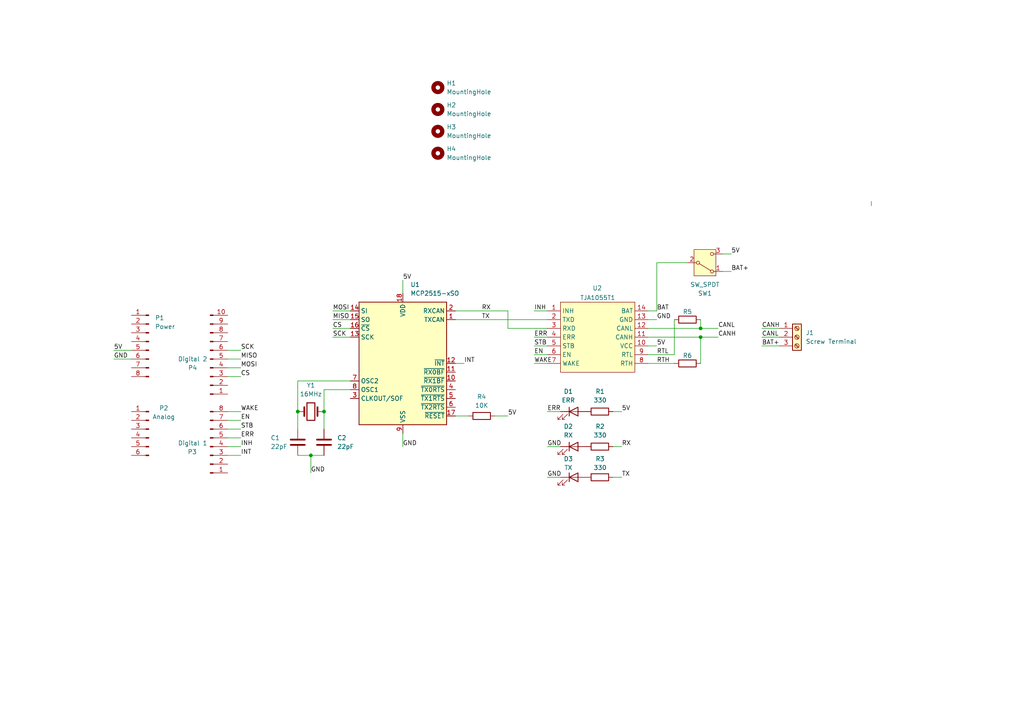
<source format=kicad_sch>
(kicad_sch (version 20231120) (generator "eeschema") (generator_version "8.0")
  (paper "A4")
  (lib_symbols
    (symbol "Connector:Conn_01x06_Pin" (pin_names (offset 1.016) hide)
      (property "Reference" "J" (at 0 7.62 0))
      (property "Value" "Conn_01x06_Pin" (at 0 -10.16 0))
      (symbol "Conn_01x06_Pin_1_1"
        (polyline (pts (xy 1.27 -7.62) (xy 0.8636 -7.62)) (stroke (width 0.1524)))
        (polyline (pts (xy 1.27 -5.08) (xy 0.8636 -5.08)) (stroke (width 0.1524)))
        (polyline (pts (xy 1.27 -2.54) (xy 0.8636 -2.54)) (stroke (width 0.1524)))
        (polyline (pts (xy 1.27 0) (xy 0.8636 0)) (stroke (width 0.1524)))
        (polyline (pts (xy 1.27 2.54) (xy 0.8636 2.54)) (stroke (width 0.1524)))
        (polyline (pts (xy 1.27 5.08) (xy 0.8636 5.08)) (stroke (width 0.1524)))
        (rectangle (start 0.8636 -7.493) (end 0 -7.747) (stroke (width 0.1524)) (fill (type outline)))
        (rectangle (start 0.8636 -4.953) (end 0 -5.207) (stroke (width 0.1524)) (fill (type outline)))
        (rectangle (start 0.8636 -2.413) (end 0 -2.667) (stroke (width 0.1524)) (fill (type outline)))
        (rectangle (start 0.8636 0.127) (end 0 -0.127) (stroke (width 0.1524)) (fill (type outline)))
        (rectangle (start 0.8636 2.667) (end 0 2.413) (stroke (width 0.1524)) (fill (type outline)))
        (rectangle (start 0.8636 5.207) (end 0 4.953) (stroke (width 0.1524)) (fill (type outline)))
        (pin passive line (at 5.08 5.08 180) (length 3.81) (name "Pin_1") (number "1"))
        (pin passive line (at 5.08 2.54 180) (length 3.81) (name "Pin_2") (number "2"))
        (pin passive line (at 5.08 0 180) (length 3.81) (name "Pin_3") (number "3"))
        (pin passive line (at 5.08 -2.54 180) (length 3.81) (name "Pin_4") (number "4"))
        (pin passive line (at 5.08 -5.08 180) (length 3.81) (name "Pin_5") (number "5"))
        (pin passive line (at 5.08 -7.62 180) (length 3.81) (name "Pin_6") (number "6"))
      )
    )
    (symbol "Connector:Conn_01x08_Pin" (pin_names (offset 1.016) hide)
      (property "Reference" "J" (at 0 10.16 0))
      (property "Value" "Conn_01x08_Pin" (at 0 -12.7 0))
      (symbol "Conn_01x08_Pin_1_1"
        (polyline (pts (xy 1.27 -10.16) (xy 0.8636 -10.16)) (stroke (width 0.1524)))
        (polyline (pts (xy 1.27 -7.62) (xy 0.8636 -7.62)) (stroke (width 0.1524)))
        (polyline (pts (xy 1.27 -5.08) (xy 0.8636 -5.08)) (stroke (width 0.1524)))
        (polyline (pts (xy 1.27 -2.54) (xy 0.8636 -2.54)) (stroke (width 0.1524)))
        (polyline (pts (xy 1.27 0) (xy 0.8636 0)) (stroke (width 0.1524)))
        (polyline (pts (xy 1.27 2.54) (xy 0.8636 2.54)) (stroke (width 0.1524)))
        (polyline (pts (xy 1.27 5.08) (xy 0.8636 5.08)) (stroke (width 0.1524)))
        (polyline (pts (xy 1.27 7.62) (xy 0.8636 7.62)) (stroke (width 0.1524)))
        (rectangle (start 0.8636 -10.033) (end 0 -10.287) (stroke (width 0.1524)) (fill (type outline)))
        (rectangle (start 0.8636 -7.493) (end 0 -7.747) (stroke (width 0.1524)) (fill (type outline)))
        (rectangle (start 0.8636 -4.953) (end 0 -5.207) (stroke (width 0.1524)) (fill (type outline)))
        (rectangle (start 0.8636 -2.413) (end 0 -2.667) (stroke (width 0.1524)) (fill (type outline)))
        (rectangle (start 0.8636 0.127) (end 0 -0.127) (stroke (width 0.1524)) (fill (type outline)))
        (rectangle (start 0.8636 2.667) (end 0 2.413) (stroke (width 0.1524)) (fill (type outline)))
        (rectangle (start 0.8636 5.207) (end 0 4.953) (stroke (width 0.1524)) (fill (type outline)))
        (rectangle (start 0.8636 7.747) (end 0 7.493) (stroke (width 0.1524)) (fill (type outline)))
        (pin passive line (at 5.08 7.62 180) (length 3.81) (name "Pin_1") (number "1"))
        (pin passive line (at 5.08 5.08 180) (length 3.81) (name "Pin_2") (number "2"))
        (pin passive line (at 5.08 2.54 180) (length 3.81) (name "Pin_3") (number "3"))
        (pin passive line (at 5.08 0 180) (length 3.81) (name "Pin_4") (number "4"))
        (pin passive line (at 5.08 -2.54 180) (length 3.81) (name "Pin_5") (number "5"))
        (pin passive line (at 5.08 -5.08 180) (length 3.81) (name "Pin_6") (number "6"))
        (pin passive line (at 5.08 -7.62 180) (length 3.81) (name "Pin_7") (number "7"))
        (pin passive line (at 5.08 -10.16 180) (length 3.81) (name "Pin_8") (number "8"))
      )
    )
    (symbol "Connector:Conn_01x10_Pin" (pin_names (offset 1.016) hide)
      (property "Reference" "J" (at 0 12.7 0))
      (property "Value" "Conn_01x10_Pin" (at 0 -15.24 0))
      (symbol "Conn_01x10_Pin_1_1"
        (polyline (pts (xy 1.27 -12.7) (xy 0.8636 -12.7)) (stroke (width 0.1524)))
        (polyline (pts (xy 1.27 -10.16) (xy 0.8636 -10.16)) (stroke (width 0.1524)))
        (polyline (pts (xy 1.27 -7.62) (xy 0.8636 -7.62)) (stroke (width 0.1524)))
        (polyline (pts (xy 1.27 -5.08) (xy 0.8636 -5.08)) (stroke (width 0.1524)))
        (polyline (pts (xy 1.27 -2.54) (xy 0.8636 -2.54)) (stroke (width 0.1524)))
        (polyline (pts (xy 1.27 0) (xy 0.8636 0)) (stroke (width 0.1524)))
        (polyline (pts (xy 1.27 2.54) (xy 0.8636 2.54)) (stroke (width 0.1524)))
        (polyline (pts (xy 1.27 5.08) (xy 0.8636 5.08)) (stroke (width 0.1524)))
        (polyline (pts (xy 1.27 7.62) (xy 0.8636 7.62)) (stroke (width 0.1524)))
        (polyline (pts (xy 1.27 10.16) (xy 0.8636 10.16)) (stroke (width 0.1524)))
        (rectangle (start 0.8636 -12.573) (end 0 -12.827) (stroke (width 0.1524)) (fill (type outline)))
        (rectangle (start 0.8636 -10.033) (end 0 -10.287) (stroke (width 0.1524)) (fill (type outline)))
        (rectangle (start 0.8636 -7.493) (end 0 -7.747) (stroke (width 0.1524)) (fill (type outline)))
        (rectangle (start 0.8636 -4.953) (end 0 -5.207) (stroke (width 0.1524)) (fill (type outline)))
        (rectangle (start 0.8636 -2.413) (end 0 -2.667) (stroke (width 0.1524)) (fill (type outline)))
        (rectangle (start 0.8636 0.127) (end 0 -0.127) (stroke (width 0.1524)) (fill (type outline)))
        (rectangle (start 0.8636 2.667) (end 0 2.413) (stroke (width 0.1524)) (fill (type outline)))
        (rectangle (start 0.8636 5.207) (end 0 4.953) (stroke (width 0.1524)) (fill (type outline)))
        (rectangle (start 0.8636 7.747) (end 0 7.493) (stroke (width 0.1524)) (fill (type outline)))
        (rectangle (start 0.8636 10.287) (end 0 10.033) (stroke (width 0.1524)) (fill (type outline)))
        (pin passive line (at 5.08 10.16 180) (length 3.81) (name "Pin_1") (number "1"))
        (pin passive line (at 5.08 -12.7 180) (length 3.81) (name "Pin_10") (number "10"))
        (pin passive line (at 5.08 7.62 180) (length 3.81) (name "Pin_2") (number "2"))
        (pin passive line (at 5.08 5.08 180) (length 3.81) (name "Pin_3") (number "3"))
        (pin passive line (at 5.08 2.54 180) (length 3.81) (name "Pin_4") (number "4"))
        (pin passive line (at 5.08 0 180) (length 3.81) (name "Pin_5") (number "5"))
        (pin passive line (at 5.08 -2.54 180) (length 3.81) (name "Pin_6") (number "6"))
        (pin passive line (at 5.08 -5.08 180) (length 3.81) (name "Pin_7") (number "7"))
        (pin passive line (at 5.08 -7.62 180) (length 3.81) (name "Pin_8") (number "8"))
        (pin passive line (at 5.08 -10.16 180) (length 3.81) (name "Pin_9") (number "9"))
      )
    )
    (symbol "Connector:Screw_Terminal_01x03" (pin_names (offset 1.016) hide)
      (property "Reference" "J" (at 0 5.08 0))
      (property "Value" "Screw_Terminal_01x03" (at 0 -5.08 0))
      (symbol "Screw_Terminal_01x03_1_1"
        (rectangle (start -1.27 3.81) (end 1.27 -3.81) (stroke (width 0.254)) (fill (type background)))
        (circle (center 0 -2.54) (radius 0.635) (stroke (width 0.1524)))
        (polyline (pts (xy -0.5334 -2.2098) (xy 0.3302 -3.048)) (stroke (width 0.1524)))
        (polyline (pts (xy -0.5334 0.3302) (xy 0.3302 -0.508)) (stroke (width 0.1524)))
        (polyline (pts (xy -0.5334 2.8702) (xy 0.3302 2.032)) (stroke (width 0.1524)))
        (polyline (pts (xy -0.3556 -2.032) (xy 0.508 -2.8702)) (stroke (width 0.1524)))
        (polyline (pts (xy -0.3556 0.508) (xy 0.508 -0.3302)) (stroke (width 0.1524)))
        (polyline (pts (xy -0.3556 3.048) (xy 0.508 2.2098)) (stroke (width 0.1524)))
        (circle (center 0 0) (radius 0.635) (stroke (width 0.1524)))
        (circle (center 0 2.54) (radius 0.635) (stroke (width 0.1524)))
        (pin passive line (at -5.08 2.54 0) (length 3.81) (name "Pin_1") (number "1"))
        (pin passive line (at -5.08 0 0) (length 3.81) (name "Pin_2") (number "2"))
        (pin passive line (at -5.08 -2.54 0) (length 3.81) (name "Pin_3") (number "3"))
      )
    )
    (symbol "Device:C" (pin_numbers hide) (pin_names (offset 0.254))
      (property "Reference" "C" (at 0.635 2.54 0))
      (property "Value" "C" (at 0.635 -2.54 0))
      (symbol "C_0_1"
        (polyline (pts (xy -2.032 -0.762) (xy 2.032 -0.762)) (stroke (width 0.508)))
        (polyline (pts (xy -2.032 0.762) (xy 2.032 0.762)) (stroke (width 0.508)))
      )
      (symbol "C_1_1"
        (pin passive line (at 0 3.81 270) (length 2.794) (name "~") (number "1"))
        (pin passive line (at 0 -3.81 90) (length 2.794) (name "~") (number "2"))
      )
    )
    (symbol "Device:Crystal" (pin_numbers hide) (pin_names (offset 1.016) hide)
      (property "Reference" "Y" (at 0 3.81 0))
      (property "Value" "Crystal" (at 0 -3.81 0))
      (symbol "Crystal_0_1"
        (rectangle (start -1.143 2.54) (end 1.143 -2.54) (stroke (width 0.3048)))
        (polyline (pts (xy -2.54 0) (xy -1.905 0)))
        (polyline (pts (xy -1.905 -1.27) (xy -1.905 1.27)) (stroke (width 0.508)))
        (polyline (pts (xy 1.905 -1.27) (xy 1.905 1.27)) (stroke (width 0.508)))
        (polyline (pts (xy 2.54 0) (xy 1.905 0)))
      )
      (symbol "Crystal_1_1"
        (pin passive line (at -3.81 0 0) (length 1.27) (name "1") (number "1"))
        (pin passive line (at 3.81 0 180) (length 1.27) (name "2") (number "2"))
      )
    )
    (symbol "Device:LED" (pin_numbers hide) (pin_names (offset 1.016) hide)
      (property "Reference" "D" (at 0 2.54 0))
      (property "Value" "LED" (at 0 -2.54 0))
      (symbol "LED_0_1"
        (polyline (pts (xy -1.27 -1.27) (xy -1.27 1.27)) (stroke (width 0.254)))
        (polyline (pts (xy -1.27 0) (xy 1.27 0)))
        (polyline (pts (xy 1.27 -1.27) (xy 1.27 1.27) (xy -1.27 0) (xy 1.27 -1.27)) (stroke (width 0.254)))
        (polyline (pts (xy -3.048 -0.762) (xy -4.572 -2.286) (xy -3.81 -2.286) (xy -4.572 -2.286) (xy -4.572 -1.524)))
        (polyline (pts (xy -1.778 -0.762) (xy -3.302 -2.286) (xy -2.54 -2.286) (xy -3.302 -2.286) (xy -3.302 -1.524)))
      )
      (symbol "LED_1_1"
        (pin passive line (at -3.81 0 0) (length 2.54) (name "K") (number "1"))
        (pin passive line (at 3.81 0 180) (length 2.54) (name "A") (number "2"))
      )
    )
    (symbol "Device:R" (pin_numbers hide) (pin_names (offset 0))
      (property "Reference" "R" (at 2.032 0 90))
      (property "Value" "R" (at 0 0 90))
      (symbol "R_0_1"
        (rectangle (start -1.016 -2.54) (end 1.016 2.54) (stroke (width 0.254)))
      )
      (symbol "R_1_1"
        (pin passive line (at 0 3.81 270) (length 1.27) (name "~") (number "1"))
        (pin passive line (at 0 -3.81 90) (length 1.27) (name "~") (number "2"))
      )
    )
    (symbol "Interface_CAN_LIN:MCP2515-xSO"
      (property "Reference" "U" (at -10.16 19.685 0))
      (property "Value" "MCP2515-xSO" (at 19.05 20.32 0))
      (symbol "MCP2515-xSO_0_1"
        (rectangle (start -12.7 17.78) (end 12.7 -17.78) (stroke (width 0.254)) (fill (type background)))
      )
      (symbol "MCP2515-xSO_1_1"
        (pin output line (at 15.24 12.7 180) (length 2.54) (name "TXCAN") (number "1"))
        (pin output line (at 15.24 -5.08 180) (length 2.54) (name "~{RX1BF}") (number "10"))
        (pin output line (at 15.24 -2.54 180) (length 2.54) (name "~{RX0BF}") (number "11"))
        (pin output line (at 15.24 0 180) (length 2.54) (name "~{INT}") (number "12"))
        (pin input line (at -15.24 7.62 0) (length 2.54) (name "SCK") (number "13"))
        (pin input line (at -15.24 15.24 0) (length 2.54) (name "SI") (number "14"))
        (pin output line (at -15.24 12.7 0) (length 2.54) (name "SO") (number "15"))
        (pin input line (at -15.24 10.16 0) (length 2.54) (name "~{CS}") (number "16"))
        (pin input line (at 15.24 -15.24 180) (length 2.54) (name "~{RESET}") (number "17"))
        (pin power_in line (at 0 20.32 270) (length 2.54) (name "VDD") (number "18"))
        (pin input line (at 15.24 15.24 180) (length 2.54) (name "RXCAN") (number "2"))
        (pin output line (at -15.24 -10.16 0) (length 2.54) (name "CLKOUT/SOF") (number "3"))
        (pin input line (at 15.24 -7.62 180) (length 2.54) (name "~{TX0RTS}") (number "4"))
        (pin input line (at 15.24 -10.16 180) (length 2.54) (name "~{TX1RTS}") (number "5"))
        (pin input line (at 15.24 -12.7 180) (length 2.54) (name "~{TX2RTS}") (number "6"))
        (pin output line (at -15.24 -5.08 0) (length 2.54) (name "OSC2") (number "7"))
        (pin input line (at -15.24 -7.62 0) (length 2.54) (name "OSC1") (number "8"))
        (pin power_in line (at 0 -20.32 90) (length 2.54) (name "VSS") (number "9"))
      )
    )
    (symbol "Mechanical:MountingHole" (pin_names (offset 1.016)) (exclude_from_sim yes) (in_bom no)
      (property "Reference" "H" (at 0 5.08 0))
      (property "Value" "MountingHole" (at 0 3.175 0))
      (symbol "MountingHole_0_1"
        (circle (center 0 0) (radius 1.27) (stroke (width 1.27)))
      )
    )
    (symbol "Switch:SW_SPDT" (pin_names (offset 0) hide)
      (property "Reference" "SW" (at 0 5.08 0))
      (property "Value" "SW_SPDT" (at 0 -5.08 0))
      (symbol "SW_SPDT_0_1"
        (circle (center -2.032 0) (radius 0.4572))
        (polyline (pts (xy -1.651 0.254) (xy 1.651 2.286)))
        (circle (center 2.032 -2.54) (radius 0.4572))
        (circle (center 2.032 2.54) (radius 0.4572))
      )
      (symbol "SW_SPDT_1_1"
        (rectangle (start -3.175 3.81) (end 3.175 -3.81) (fill (type background)))
        (pin passive line (at 5.08 2.54 180) (length 2.54) (name "A") (number "1"))
        (pin passive line (at -5.08 0 0) (length 2.54) (name "B") (number "2"))
        (pin passive line (at 5.08 -2.54 180) (length 2.54) (name "C") (number "3"))
      )
    )
    (symbol "Symbols:TJA1055T"
      (property "Reference" "TJA1055T" (at 10.668 1.524 0))
      (symbol "TJA1055T_0_1"
        (rectangle (start 0 0) (end 21.59 -20.32) (fill (type background)))
      )
      (symbol "TJA1055T_1_1"
        (pin bidirectional line (at -3.81 -2.54 0) (length 3.81) (name "INH") (number "1"))
        (pin power_in line (at 25.4 -12.7 180) (length 3.81) (name "VCC") (number "10"))
        (pin input line (at 25.4 -10.16 180) (length 3.81) (name "CANH") (number "11"))
        (pin input line (at 25.4 -7.62 180) (length 3.81) (name "CANL") (number "12"))
        (pin power_out line (at 25.4 -5.08 180) (length 3.81) (name "GND") (number "13"))
        (pin power_in line (at 25.4 -2.54 180) (length 3.81) (name "BAT") (number "14"))
        (pin input line (at -3.81 -5.08 0) (length 3.81) (name "TXD") (number "2"))
        (pin output line (at -3.81 -7.62 0) (length 3.81) (name "RXD") (number "3"))
        (pin output line (at -3.81 -10.16 0) (length 3.81) (name "ERR") (number "4"))
        (pin input line (at -3.81 -12.7 0) (length 3.81) (name "STB") (number "5"))
        (pin input line (at -3.81 -15.24 0) (length 3.81) (name "EN") (number "6"))
        (pin input line (at -3.81 -17.78 0) (length 3.81) (name "WAKE") (number "7"))
        (pin bidirectional line (at 25.4 -17.78 180) (length 3.81) (name "RTH") (number "8"))
        (pin bidirectional line (at 25.4 -15.24 180) (length 3.81) (name "RTL") (number "9"))
      )
    )
  )
  (junction (at 93.98 119.38))
  (junction (at 203.2 97.79))
  (junction (at 90.17 132.08))
  (junction (at 86.36 119.38))
  (junction (at 203.2 95.25))
  (wire (pts (xy 96.52 97.79) (xy 101.6 97.79)))
  (wire (pts (xy 158.75 129.54) (xy 162.56 129.54)))
  (wire (pts (xy 69.85 132.08) (xy 66.04 132.08)))
  (wire (pts (xy 212.09 73.66) (xy 209.55 73.66)))
  (wire (pts (xy 69.85 129.54) (xy 66.04 129.54)))
  (wire (pts (xy 69.85 124.46) (xy 66.04 124.46)))
  (wire (pts (xy 190.5 76.2) (xy 199.39 76.2)))
  (wire (pts (xy 209.55 78.74) (xy 212.09 78.74)))
  (wire (pts (xy 86.36 119.38) (xy 86.36 110.49)))
  (wire (pts (xy 220.98 95.25) (xy 226.06 95.25)))
  (wire (pts (xy 147.32 120.65) (xy 143.51 120.65)))
  (wire (pts (xy 187.96 97.79) (xy 203.2 97.79)))
  (wire (pts (xy 190.5 100.33) (xy 187.96 100.33)))
  (wire (pts (xy 90.17 132.08) (xy 93.98 132.08)))
  (wire (pts (xy 86.36 132.08) (xy 90.17 132.08)))
  (wire (pts (xy 93.98 113.03) (xy 93.98 119.38)))
  (wire (pts (xy 252.73 58.42) (xy 252.73 59.69)))
  (wire (pts (xy 203.2 92.71) (xy 203.2 95.25)))
  (wire (pts (xy 96.52 90.17) (xy 101.6 90.17)))
  (wire (pts (xy 69.85 121.92) (xy 66.04 121.92)))
  (wire (pts (xy 180.34 129.54) (xy 177.8 129.54)))
  (wire (pts (xy 158.75 92.71) (xy 132.08 92.71)))
  (wire (pts (xy 154.94 97.79) (xy 158.75 97.79)))
  (wire (pts (xy 190.5 90.17) (xy 187.96 90.17)))
  (wire (pts (xy 69.85 106.68) (xy 66.04 106.68)))
  (wire (pts (xy 69.85 104.14) (xy 66.04 104.14)))
  (wire (pts (xy 134.62 105.41) (xy 132.08 105.41)))
  (wire (pts (xy 101.6 113.03) (xy 93.98 113.03)))
  (wire (pts (xy 187.96 105.41) (xy 195.58 105.41)))
  (wire (pts (xy 203.2 97.79) (xy 208.28 97.79)))
  (wire (pts (xy 69.85 109.22) (xy 66.04 109.22)))
  (wire (pts (xy 69.85 127) (xy 66.04 127)))
  (wire (pts (xy 203.2 95.25) (xy 208.28 95.25)))
  (wire (pts (xy 195.58 102.87) (xy 195.58 92.71)))
  (wire (pts (xy 220.98 100.33) (xy 226.06 100.33)))
  (wire (pts (xy 132.08 120.65) (xy 135.89 120.65)))
  (wire (pts (xy 187.96 92.71) (xy 190.5 92.71)))
  (wire (pts (xy 154.94 90.17) (xy 158.75 90.17)))
  (wire (pts (xy 220.98 97.79) (xy 226.06 97.79)))
  (wire (pts (xy 33.02 101.6) (xy 38.1 101.6)))
  (wire (pts (xy 147.32 95.25) (xy 158.75 95.25)))
  (wire (pts (xy 187.96 102.87) (xy 195.58 102.87)))
  (wire (pts (xy 116.84 81.28) (xy 116.84 85.09)))
  (wire (pts (xy 69.85 119.38) (xy 66.04 119.38)))
  (wire (pts (xy 187.96 95.25) (xy 203.2 95.25)))
  (wire (pts (xy 190.5 90.17) (xy 190.5 76.2)))
  (wire (pts (xy 96.52 92.71) (xy 101.6 92.71)))
  (wire (pts (xy 158.75 119.38) (xy 162.56 119.38)))
  (wire (pts (xy 147.32 90.17) (xy 147.32 95.25)))
  (wire (pts (xy 158.75 138.43) (xy 162.56 138.43)))
  (wire (pts (xy 93.98 119.38) (xy 93.98 124.46)))
  (wire (pts (xy 86.36 119.38) (xy 86.36 124.46)))
  (wire (pts (xy 203.2 105.41) (xy 203.2 97.79)))
  (wire (pts (xy 96.52 95.25) (xy 101.6 95.25)))
  (wire (pts (xy 154.94 102.87) (xy 158.75 102.87)))
  (wire (pts (xy 33.02 104.14) (xy 38.1 104.14)))
  (wire (pts (xy 132.08 90.17) (xy 147.32 90.17)))
  (wire (pts (xy 116.84 129.54) (xy 116.84 125.73)))
  (wire (pts (xy 86.36 110.49) (xy 101.6 110.49)))
  (wire (pts (xy 180.34 138.43) (xy 177.8 138.43)))
  (wire (pts (xy 69.85 101.6) (xy 66.04 101.6)))
  (wire (pts (xy 180.34 119.38) (xy 177.8 119.38)))
  (wire (pts (xy 154.94 100.33) (xy 158.75 100.33)))
  (wire (pts (xy 154.94 105.41) (xy 158.75 105.41)))
  (wire (pts (xy 90.17 137.16) (xy 90.17 132.08)))
  (label "EN" (at 154.94 102.87 0))
  (label "ERR" (at 158.75 119.38 0))
  (label "ERR" (at 69.85 127 0))
  (label "CANL" (at 220.98 97.79 0))
  (label "BAT" (at 190.5 90.17 0))
  (label "RTH" (at 190.5 105.41 0))
  (label "CS" (at 69.85 109.22 0))
  (label "MISO" (at 96.52 92.71 0))
  (label "GND" (at 190.5 92.71 0))
  (label "CS" (at 96.52 95.25 0))
  (label "5V" (at 116.84 81.28 0))
  (label "INH" (at 69.85 129.54 0))
  (label "SCK" (at 69.85 101.6 0))
  (label "5V" (at 180.34 119.38 0))
  (label "GND" (at 116.84 129.54 0))
  (label "5V" (at 33.02 101.6 0))
  (label "CANH" (at 208.28 97.79 0))
  (label "WAKE" (at 69.85 119.38 0))
  (label "SCK" (at 96.52 97.79 0))
  (label "GND" (at 33.02 104.14 0))
  (label "5V" (at 147.32 120.65 0))
  (label "BAT+" (at 212.09 78.74 0))
  (label "STB" (at 69.85 124.46 0))
  (label "TX" (at 180.34 138.43 0))
  (label "CANH" (at 220.98 95.25 0))
  (label "CANL" (at 208.28 95.25 0))
  (label "GND" (at 90.17 137.16 0))
  (label "WAKE" (at 154.94 105.41 0))
  (label "5V" (at 190.5 100.33 0))
  (label "STB" (at 154.94 100.33 0))
  (label "RX" (at 139.7 90.17 0))
  (label "INH" (at 154.94 90.17 0))
  (label "5V" (at 212.09 73.66 0))
  (label "INT" (at 134.62 105.41 0))
  (label "MOSI" (at 69.85 106.68 0))
  (label "GND" (at 158.75 138.43 0))
  (label "GND" (at 158.75 129.54 0))
  (label "MISO" (at 69.85 104.14 0))
  (label "EN" (at 69.85 121.92 0))
  (label "ERR" (at 154.94 97.79 0))
  (label "MOSI" (at 96.52 90.17 0))
  (label "BAT+" (at 220.98 100.33 0))
  (label "RX" (at 180.34 129.54 0))
  (label "TX" (at 139.7 92.71 0))
  (label "INT" (at 69.85 132.08 0))
  (label "RTL" (at 190.5 102.87 0))
  (symbol (lib_id "Device:R") (at 139.7 120.65 90) (unit 1)
    (property "Reference" "R4" (at 139.7 115.062 90))
    (property "Value" "10K" (at 139.7 117.602 90))
    (property "Footprint" "Resistor_SMD:R_0402_1005Metric" (effects (hide yes)))
    (property "Description" "Resistor" (effects (hide yes)))
    (property "Part Number" "RC0402JR-0710KL" (effects (hide yes)))
  )
  (symbol (lib_id "Connector:Screw_Terminal_01x03") (at 231.14 97.79 0) (unit 1)
    (property "Reference" "J1" (at 233.68 96.5199 0) (effects (justify left)))
    (property "Value" "Screw Terminal" (at 233.68 99.0599 0) (effects (justify left)))
    (property "Footprint" "TerminalBlock:TerminalBlock_bornier-3_P5.08mm" (effects (hide yes)))
    (property "Description" "Generic screw terminal, single row, 01x03, script generated (kicad-library-utils/schlib/autogen/connector/)" (effects (hide yes)))
    (property "Part Number" "TERM BLK 3P SIDE ENT 5.08MM PCB" (effects (hide yes)))
  )
  (symbol (lib_id "Connector:Conn_01x08_Pin") (at 43.18 99.06 0) (mirror y) (unit 1)
    (property "Reference" "P1" (at 44.958 92.202 0) (effects (justify right)))
    (property "Value" "Power" (at 44.958 94.742 0) (effects (justify right)))
    (property "Footprint" "Connector_PinHeader_2.54mm:PinHeader_1x08_P2.54mm_Vertical" (effects (hide yes)))
    (property "Description" "Generic connector, single row, 01x08, script generated" (effects (hide yes)))
    (property "Part Number" "200-SSW10803GS" (effects (hide yes)))
  )
  (symbol (lib_id "Mechanical:MountingHole") (at 127 25.4 0) (unit 1) (exclude_from_sim yes) (in_bom no)
    (property "Reference" "H1" (at 129.54 24.1299 0) (effects (justify left)))
    (property "Value" "MountingHole" (at 129.54 26.6699 0) (effects (justify left)))
    (property "Footprint" "MountingHole:MountingHole_3.2mm_M3" (effects (hide yes)))
    (property "Description" "Mounting Hole without connection" (effects (hide yes)))
  )
  (symbol (lib_id "Device:LED") (at 166.37 138.43 0) (unit 1)
    (property "Reference" "D3" (at 164.846 133.096 0))
    (property "Value" "TX" (at 164.846 135.636 0))
    (property "Footprint" "LED_SMD:LED_0603_1608Metric" (effects (hide yes)))
    (property "Description" "Light emitting diode" (effects (hide yes)))
    (property "Part Number" "LTST-C193TBKT-5A" (effects (hide yes)))
  )
  (symbol (lib_id "Connector:Conn_01x06_Pin") (at 43.18 124.46 0) (mirror y) (unit 1)
    (property "Reference" "P2" (at 47.498 118.364 0))
    (property "Value" "Analog" (at 47.498 120.904 0))
    (property "Footprint" "Connector_PinHeader_2.54mm:PinHeader_1x06_P2.54mm_Vertical" (effects (hide yes)))
    (property "Description" "Generic connector, single row, 01x06, script generated" (effects (hide yes)))
    (property "Part Number" "200-SSW10603GS" (effects (hide yes)))
  )
  (symbol (lib_id "Device:R") (at 199.39 105.41 90) (unit 1)
    (property "Reference" "R6" (at 199.39 103.124 90))
    (property "Value" "R" (effects (hide yes)))
    (property "Footprint" "Resistor_THT:R_Axial_DIN0207_L6.3mm_D2.5mm_P7.62mm_Horizontal" (effects (hide yes)))
    (property "Description" "Resistor" (effects (hide yes)))
    (property "Part Number" "Do not populate, I will hand solder this myself" (effects (hide yes)))
  )
  (symbol (lib_id "Connector:Conn_01x10_Pin") (at 60.96 104.14 0) (mirror x) (unit 1)
    (property "Reference" "P4" (at 55.88 106.68 0))
    (property "Value" "Digital 2" (at 55.88 104.14 0))
    (property "Footprint" "Connector_PinHeader_2.54mm:PinHeader_1x10_P2.54mm_Vertical" (effects (hide yes)))
    (property "Description" "Generic connector, single row, 01x10, script generated" (effects (hide yes)))
    (property "Part Number" "200-SSW11003GS" (effects (hide yes)))
  )
  (symbol (lib_id "Device:C") (at 93.98 128.27 0) (unit 1)
    (property "Reference" "C2" (at 97.79 126.9999 0) (effects (justify left)))
    (property "Value" "22pF" (at 97.79 129.5399 0) (effects (justify left)))
    (property "Footprint" "Capacitor_SMD:C_0402_1005Metric" (effects (hide yes)))
    (property "Description" "Unpolarized capacitor" (effects (hide yes)))
    (property "Part Number" "GRM1555C1H220JA01D" (effects (hide yes)))
  )
  (symbol (lib_id "Device:R") (at 173.99 129.54 90) (unit 1)
    (property "Reference" "R2" (at 174.0535 123.698 90))
    (property "Value" "330" (at 174.0535 126.238 90))
    (property "Footprint" "Resistor_SMD:R_0402_1005Metric" (effects (hide yes)))
    (property "Description" "Resistor" (effects (hide yes)))
    (property "Part Number" "RC0402JR-07330RL" (effects (hide yes)))
  )
  (symbol (lib_id "Interface_CAN_LIN:MCP2515-xSO") (at 116.84 105.41 0) (unit 1)
    (property "Reference" "U1" (at 119.0341 82.55 0) (effects (justify left)))
    (property "Value" "MCP2515-xSO" (at 119.0341 85.09 0) (effects (justify left)))
    (property "Footprint" "Package_SO:SOIC-18W_7.5x11.6mm_P1.27mm" (effects (hide yes)))
    (property "Datasheet" "http://ww1.microchip.com/downloads/en/DeviceDoc/21801e.pdf" (effects (hide yes)))
    (property "Description" "Stand-Alone CAN Controller with SPI Interface, SOIC-18" (effects (hide yes)))
    (property "Part Number" "MCP2515T-I/SO" (effects (hide yes)))
  )
  (symbol (lib_id "Device:R") (at 199.39 92.71 90) (unit 1)
    (property "Reference" "R5" (at 199.39 90.424 90))
    (property "Value" "R" (effects (hide yes)))
    (property "Footprint" "Resistor_THT:R_Axial_DIN0207_L6.3mm_D2.5mm_P7.62mm_Horizontal" (effects (hide yes)))
    (property "Description" "Resistor" (effects (hide yes)))
    (property "Part Number" "Do not populate, I will hand solder this myself" (effects (hide yes)))
  )
  (symbol (lib_id "Device:LED") (at 166.37 119.38 0) (unit 1)
    (property "Reference" "D1" (at 164.846 113.538 0))
    (property "Value" "ERR" (at 164.846 116.078 0))
    (property "Footprint" "LED_SMD:LED_0603_1608Metric" (effects (hide yes)))
    (property "Description" "Light emitting diode" (effects (hide yes)))
    (property "Part Number" "LTST-C190GKT " (effects (hide yes)))
  )
  (symbol (lib_id "Device:Crystal") (at 90.17 119.38 0) (unit 1)
    (property "Reference" "Y1" (at 90.17 111.76 0))
    (property "Value" "16MHz" (at 90.17 114.3 0))
    (property "Footprint" "Crystal:Crystal_SMD_ECS_CSM3X-2Pin_7.6x4.1mm" (effects (hide yes)))
    (property "Description" "Two pin crystal" (effects (hide yes)))
    (property "Part Number" "ECS-160-20-3X-TR" (effects (hide yes)))
  )
  (symbol (lib_id "Device:C") (at 86.36 128.27 0) (unit 1)
    (property "Reference" "C1" (at 78.486 127 0) (effects (justify left)))
    (property "Value" "22pF" (at 78.486 129.54 0) (effects (justify left)))
    (property "Footprint" "Capacitor_SMD:C_0402_1005Metric" (effects (hide yes)))
    (property "Description" "Unpolarized capacitor" (effects (hide yes)))
    (property "Part Number" "GRM1555C1H220JA01D" (effects (hide yes)))
  )
  (symbol (lib_id "Mechanical:MountingHole") (at 127 38.1 0) (unit 1) (exclude_from_sim yes) (in_bom no)
    (property "Reference" "H3" (at 129.54 36.8299 0) (effects (justify left)))
    (property "Value" "MountingHole" (at 129.54 39.3699 0) (effects (justify left)))
    (property "Footprint" "MountingHole:MountingHole_3.2mm_M3" (effects (hide yes)))
    (property "Description" "Mounting Hole without connection" (effects (hide yes)))
  )
  (symbol (lib_id "Device:R") (at 173.99 138.43 90) (unit 1)
    (property "Reference" "R3" (at 174.0535 133.096 90))
    (property "Value" "330" (at 174.0535 135.636 90))
    (property "Footprint" "Resistor_SMD:R_0402_1005Metric" (effects (hide yes)))
    (property "Description" "Resistor" (effects (hide yes)))
    (property "Part Number" "RC0402JR-07330RL" (effects (hide yes)))
  )
  (symbol (lib_id "Mechanical:MountingHole") (at 127 44.45 0) (unit 1) (exclude_from_sim yes) (in_bom no)
    (property "Reference" "H4" (at 129.54 43.1799 0) (effects (justify left)))
    (property "Value" "MountingHole" (at 129.54 45.7199 0) (effects (justify left)))
    (property "Footprint" "MountingHole:MountingHole_3.2mm_M3" (effects (hide yes)))
    (property "Description" "Mounting Hole without connection" (effects (hide yes)))
  )
  (symbol (lib_id "Switch:SW_SPDT") (at 204.47 76.2 0) (mirror x) (unit 1)
    (property "Reference" "SW1" (at 204.47 85.09 0))
    (property "Value" "SW_SPDT" (at 204.47 82.55 0))
    (property "Footprint" "Button_Switch_SMD:SW_SPDT_CK_JS102011SAQN" (effects (hide yes)))
    (property "Description" "Switch, single pole double throw" (effects (hide yes)))
    (property "Part Number" "JS102011SAQN" (effects (hide yes)))
  )
  (symbol (lib_id "Device:LED") (at 166.37 129.54 0) (unit 1)
    (property "Reference" "D2" (at 164.846 123.698 0))
    (property "Value" "RX" (at 164.846 126.238 0))
    (property "Footprint" "LED_SMD:LED_0603_1608Metric" (effects (hide yes)))
    (property "Description" "Light emitting diode" (effects (hide yes)))
    (property "Part Number" "LTST-C191KRKT" (effects (hide yes)))
  )
  (symbol (lib_id "Connector:Conn_01x08_Pin") (at 60.96 129.54 0) (mirror x) (unit 1)
    (property "Reference" "P3" (at 55.753 131.064 0))
    (property "Value" "Digital 1" (at 55.88 128.524 0))
    (property "Footprint" "Connector_PinHeader_2.54mm:PinHeader_1x08_P2.54mm_Vertical" (effects (hide yes)))
    (property "Description" "Generic connector, single row, 01x08, script generated" (effects (hide yes)))
    (property "Part Number" "200-SSW10803GS" (effects (hide yes)))
  )
  (symbol (lib_id "Device:R") (at 173.99 119.38 90) (unit 1)
    (property "Reference" "R1" (at 174.0535 113.538 90))
    (property "Value" "330" (at 174.0535 116.078 90))
    (property "Footprint" "Resistor_SMD:R_0402_1005Metric" (effects (hide yes)))
    (property "Description" "Resistor" (effects (hide yes)))
    (property "Part Number" "RC0402JR-07330RL" (effects (hide yes)))
  )
  (symbol (lib_id "Mechanical:MountingHole") (at 127 31.75 0) (unit 1) (exclude_from_sim yes) (in_bom no)
    (property "Reference" "H2" (at 129.54 30.4799 0) (effects (justify left)))
    (property "Value" "MountingHole" (at 129.54 33.0199 0) (effects (justify left)))
    (property "Footprint" "MountingHole:MountingHole_3.2mm_M3" (effects (hide yes)))
    (property "Description" "Mounting Hole without connection" (effects (hide yes)))
  )
  (symbol (lib_id "Symbols:TJA1055T") (at 162.56 87.63 0) (unit 1)
    (property "Reference" "U2" (at 173.228 83.566 0))
    (property "Value" "TJA1055T1" (at 173.355 86.36 0))
    (property "Footprint" "Package_SO:SOIC-14_3.9x8.7mm_P1.27mm" (effects (hide yes)))
    (property "Part Number" "TJA1055T/1J (935302723118) " (effects (hide yes)))
  )
)
</source>
